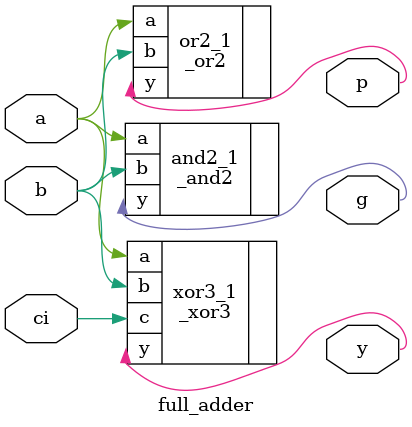
<source format=v>
module full_adder (a, b, ci, g, p, y);
    input a, b, ci;
    output p, g, y;

    _or2 or2_1(.a(a), .b(b), .y(p));
    _and2 and2_1(.a(a), .b(b), .y(g));
    _xor3 xor3_1(.a(a), .b(b), .c(ci), .y(y));
endmodule
</source>
